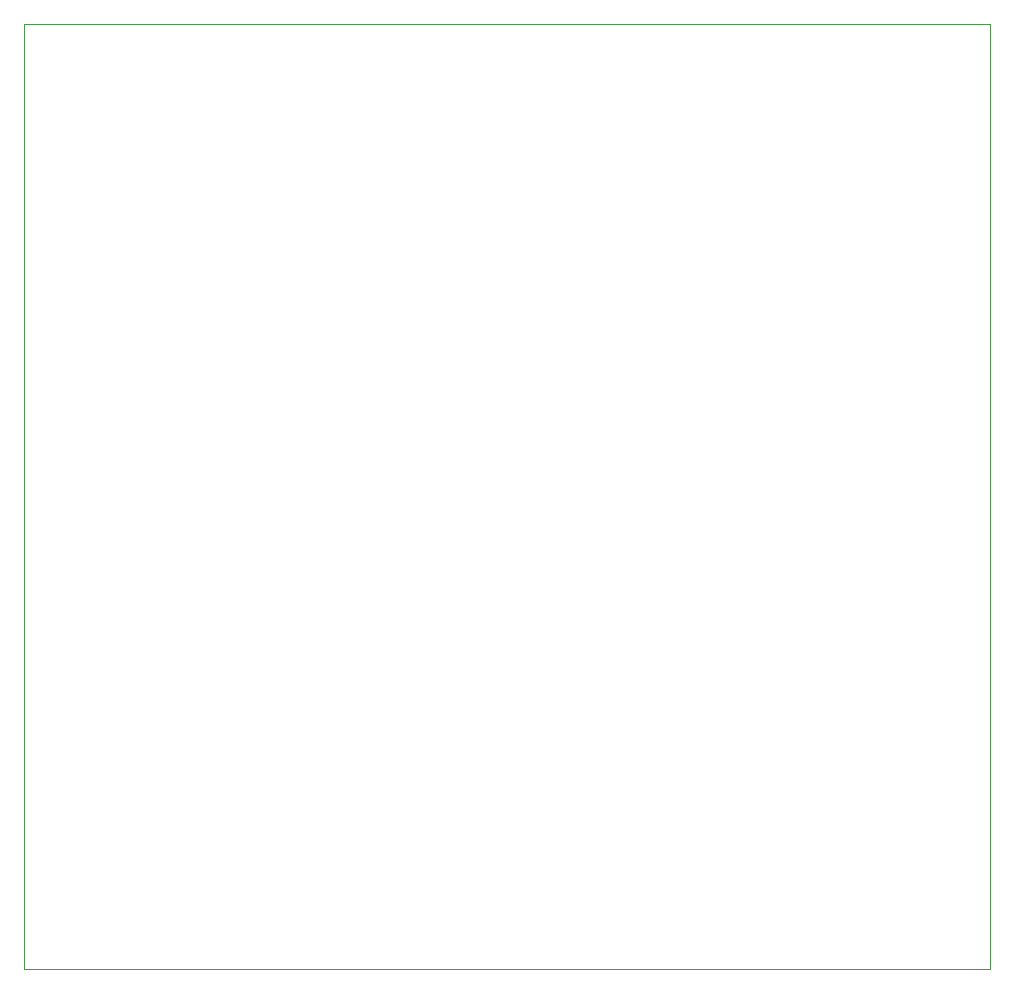
<source format=gbr>
%TF.GenerationSoftware,KiCad,Pcbnew,(6.0.4)*%
%TF.CreationDate,2022-04-21T00:14:10+02:00*%
%TF.ProjectId,BoostController,426f6f73-7443-46f6-9e74-726f6c6c6572,rev?*%
%TF.SameCoordinates,Original*%
%TF.FileFunction,Profile,NP*%
%FSLAX46Y46*%
G04 Gerber Fmt 4.6, Leading zero omitted, Abs format (unit mm)*
G04 Created by KiCad (PCBNEW (6.0.4)) date 2022-04-21 00:14:10*
%MOMM*%
%LPD*%
G01*
G04 APERTURE LIST*
%TA.AperFunction,Profile*%
%ADD10C,0.050000*%
%TD*%
G04 APERTURE END LIST*
D10*
X58420000Y-44450000D02*
X140208000Y-44450000D01*
X58420000Y-124460000D02*
X140208000Y-124460000D01*
X140208000Y-124460000D02*
X140208000Y-44450000D01*
X58420000Y-124460000D02*
X58420000Y-44450000D01*
M02*

</source>
